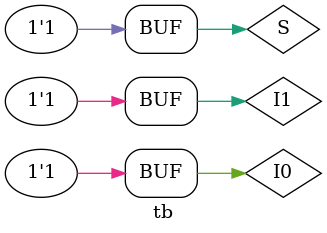
<source format=v>
`timescale 1ns / 1ps


module tb();
reg I0;
reg I1;
reg S;

wire Y;


mux_2x1 dut (
    .I0(I0),
    .I1(I1),
    .S(S),
    .Y(Y)
);


initial begin
//Test case 1
$monitor("Time = %0t | I0 = %b | I1 = %b | S = %b | Y = %b", $time, I0, I1, S, Y);
I0 =0; I1=0; S=0;
#10;

I0=0; I1=1; S=0;
#10;

I0=1; I1=0; S=0;
#10;

I0=1; I1=1; S=0;
#10;

I0=0; I1=0; S=1;
#10;

I0=0; I1=1; S=1;
#10;

I0=1; I1=0; S=1;
#10;

I0=1; I1=1; S=1;
#10;


end
endmodule

</source>
